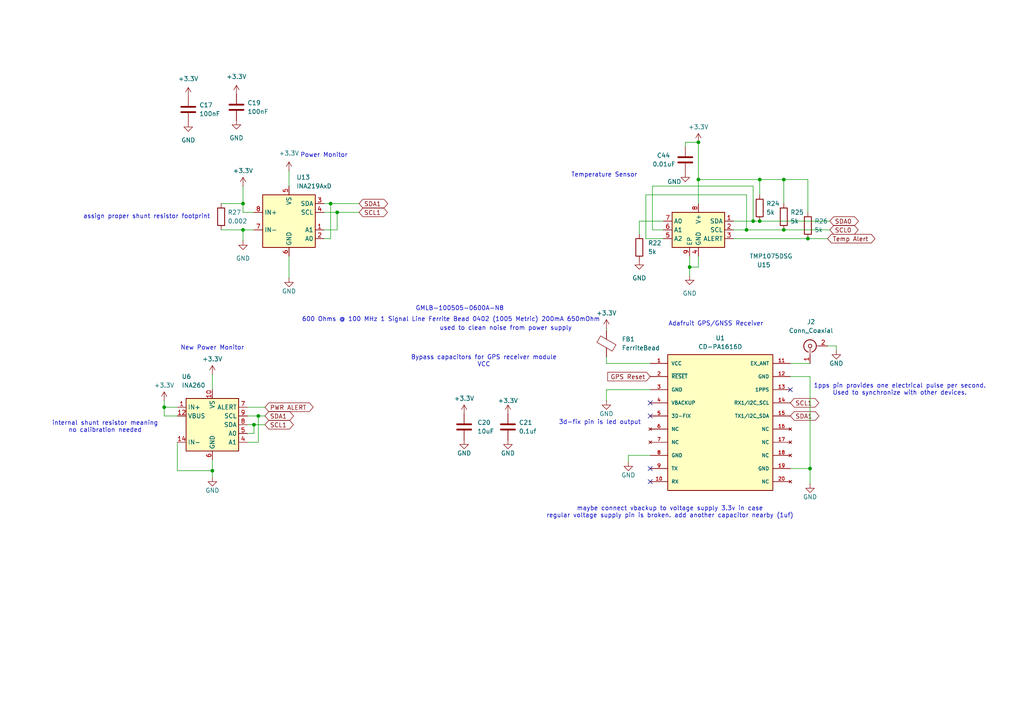
<source format=kicad_sch>
(kicad_sch (version 20250114) (generator "eeschema") (generator_version "9.0")
  (paper "A4")
  (lib_symbols
    (symbol "CD-PA1616D:CD-PA1616D" (pin_names (offset 1.016))
      (property "Reference" "U1" (at 0 27.686 0))
      (property "Value" "CD-PA1616D" (at 0 25.146 0))
      (symbol "CD-PA1616D_0_0"
        (rectangle (start -15.24 22.86) (end 15.24 -16.51) (stroke (width 0.254)) (fill (type background)))
        (pin power_in line (at -20.32 20.32 0) (length 5.08) (name "VCC") (number "1"))
        (pin input line (at -20.32 16.51 0) (length 5.08) (name "~{RESET}") (number "2"))
        (pin power_in line (at -20.32 12.7 0) (length 5.08) (name "GND") (number "3"))
        (pin power_in line (at -20.32 8.89 0) (length 5.08) (name "VBACKUP") (number "4"))
        (pin output line (at -20.32 5.08 0) (length 5.08) (name "3D-FIX") (number "5"))
        (pin no_connect line (at -20.32 1.27 0) (length 5.08) (name "NC") (number "6"))
        (pin no_connect line (at -20.32 -2.54 0) (length 5.08) (name "NC") (number "7"))
        (pin power_in line (at -20.32 -6.35 0) (length 5.08) (name "GND") (number "8"))
        (pin output line (at -20.32 -10.16 0) (length 5.08) (name "TX") (number "9"))
        (pin input line (at -20.32 -13.97 0) (length 5.08) (name "RX") (number "10"))
        (pin bidirectional line (at 20.32 20.32 180) (length 5.08) (name "EX_ANT") (number "11"))
        (pin power_in line (at 20.32 16.51 180) (length 5.08) (name "GND") (number "12"))
        (pin output line (at 20.32 12.7 180) (length 5.08) (name "1PPS") (number "13"))
        (pin input line (at 20.32 8.89 180) (length 5.08) (name "RX1/I2C_SCL") (number "14"))
        (pin output line (at 20.32 5.08 180) (length 5.08) (name "TX1/I2C_SDA") (number "15"))
        (pin no_connect line (at 20.32 1.27 180) (length 5.08) (name "NC") (number "16"))
        (pin no_connect line (at 20.32 -2.54 180) (length 5.08) (name "NC") (number "17"))
        (pin no_connect line (at 20.32 -6.35 180) (length 5.08) (name "NC") (number "18"))
        (pin power_in line (at 20.32 -10.16 180) (length 5.08) (name "GND") (number "19"))
        (pin no_connect line (at 20.32 -13.97 180) (length 5.08) (name "NC") (number "20"))
      )
    )
    (symbol "Connector:Conn_Coaxial" (pin_names (offset 1.016) (hide yes))
      (property "Reference" "J" (at 0.254 3.048 0))
      (property "Value" "Conn_Coaxial" (at 2.921 0 90))
      (symbol "Conn_Coaxial_0_1"
        (polyline (pts (xy -2.54 0) (xy -0.508 0)))
        (arc (start 1.778 0) (mid 0.222 -1.8079) (end -1.778 -0.508) (stroke (width 0.254)))
        (arc (start -1.778 0.508) (mid 0.2221 1.8084) (end 1.778 0) (stroke (width 0.254)))
        (circle (center 0 0) (radius 0.508) (stroke (width 0.2032)))
        (polyline (pts (xy 0 -2.54) (xy 0 -1.778)))
      )
      (symbol "Conn_Coaxial_1_1"
        (pin passive line (at -5.08 0 0) (length 2.54) (name "In") (number "1"))
        (pin passive line (at 0 -5.08 90) (length 2.54) (name "Ext") (number "2"))
      )
    )
    (symbol "Device:C" (pin_numbers (hide yes)) (pin_names (offset 0.254))
      (property "Reference" "C" (at 0.635 2.54 0))
      (property "Value" "C" (at 0.635 -2.54 0))
      (symbol "C_0_1"
        (polyline (pts (xy -2.032 0.762) (xy 2.032 0.762)) (stroke (width 0.508)))
        (polyline (pts (xy -2.032 -0.762) (xy 2.032 -0.762)) (stroke (width 0.508)))
      )
      (symbol "C_1_1"
        (pin passive line (at 0 3.81 270) (length 2.794) (name "~") (number "1"))
        (pin passive line (at 0 -3.81 90) (length 2.794) (name "~") (number "2"))
      )
    )
    (symbol "Device:FerriteBead" (pin_numbers (hide yes)) (pin_names (offset 0))
      (property "Reference" "FB" (at -3.81 0.635 90))
      (property "Value" "FerriteBead" (at 3.81 0 90))
      (symbol "FerriteBead_0_1"
        (polyline (pts (xy -2.7686 0.4064) (xy -1.7018 2.2606) (xy 2.7686 -0.3048) (xy 1.6764 -2.159) (xy -2.7686 0.4064)))
        (polyline (pts (xy 0 1.27) (xy 0 1.2954)))
        (polyline (pts (xy 0 -1.27) (xy 0 -1.2192)))
      )
      (symbol "FerriteBead_1_1"
        (pin passive line (at 0 3.81 270) (length 2.54) (name "~") (number "1"))
        (pin passive line (at 0 -3.81 90) (length 2.54) (name "~") (number "2"))
      )
    )
    (symbol "Device:R" (pin_numbers (hide yes)) (pin_names (offset 0))
      (property "Reference" "R" (at 2.032 0 90))
      (property "Value" "R" (at 0 0 90))
      (symbol "R_0_1"
        (rectangle (start -1.016 -2.54) (end 1.016 2.54) (stroke (width 0.254)))
      )
      (symbol "R_1_1"
        (pin passive line (at 0 3.81 270) (length 1.27) (name "~") (number "1"))
        (pin passive line (at 0 -3.81 90) (length 1.27) (name "~") (number "2"))
      )
    )
    (symbol "Sensor:INA260"
      (property "Reference" "U" (at -6.35 8.89 0))
      (property "Value" "INA260" (at 2.54 8.89 0))
      (symbol "INA260_0_1"
        (rectangle (start -7.62 7.62) (end 7.62 -7.62) (stroke (width 0.254)) (fill (type background)))
      )
      (symbol "INA260_1_1"
        (pin passive line (at -10.16 5.08 0) (length 2.54) (name "IN+") (number "1"))
        (pin passive line (at -10.16 5.08 0) (length 2.54) (hide yes) (name "IN+") (number "2"))
        (pin passive line (at -10.16 5.08 0) (length 2.54) (hide yes) (name "IN+") (number "3"))
        (pin passive line (at -10.16 2.54 0) (length 2.54) (name "VBUS") (number "12"))
        (pin passive line (at -10.16 -5.08 0) (length 2.54) (name "IN-") (number "14"))
        (pin passive line (at -10.16 -5.08 0) (length 2.54) (hide yes) (name "IN-") (number "15"))
        (pin passive line (at -10.16 -5.08 0) (length 2.54) (hide yes) (name "IN-") (number "16"))
        (pin power_in line (at 0 10.16 270) (length 2.54) (name "VS") (number "10"))
        (pin passive line (at 0 -10.16 90) (length 2.54) (hide yes) (name "GND") (number "11"))
        (pin power_in line (at 0 -10.16 90) (length 2.54) (name "GND") (number "6"))
        (pin no_connect line (at 2.54 -7.62 90) (length 2.54) (hide yes) (name "NC") (number "13"))
        (pin open_collector line (at 10.16 5.08 180) (length 2.54) (name "ALERT") (number "7"))
        (pin input line (at 10.16 2.54 180) (length 2.54) (name "SCL") (number "9"))
        (pin bidirectional line (at 10.16 0 180) (length 2.54) (name "SDA") (number "8"))
        (pin input line (at 10.16 -2.54 180) (length 2.54) (name "A0") (number "5"))
        (pin input line (at 10.16 -5.08 180) (length 2.54) (name "A1") (number "4"))
      )
    )
    (symbol "Sensor_Energy:INA219AxD"
      (property "Reference" "U" (at -6.35 8.89 0))
      (property "Value" "INA219AxD" (at 5.08 8.89 0))
      (symbol "INA219AxD_0_1"
        (rectangle (start -7.62 7.62) (end 7.62 -7.62) (stroke (width 0.254)) (fill (type background)))
      )
      (symbol "INA219AxD_1_1"
        (pin input line (at -10.16 2.54 0) (length 2.54) (name "IN+") (number "8"))
        (pin input line (at -10.16 -2.54 0) (length 2.54) (name "IN-") (number "7"))
        (pin power_in line (at 0 10.16 270) (length 2.54) (name "VS") (number "5"))
        (pin power_in line (at 0 -10.16 90) (length 2.54) (name "GND") (number "6"))
        (pin bidirectional line (at 10.16 5.08 180) (length 2.54) (name "SDA") (number "3"))
        (pin input line (at 10.16 2.54 180) (length 2.54) (name "SCL") (number "4"))
        (pin input line (at 10.16 -2.54 180) (length 2.54) (name "A1") (number "1"))
        (pin input line (at 10.16 -5.08 180) (length 2.54) (name "A0") (number "2"))
      )
    )
    (symbol "Sensor_Temperature:TMP1075DSG"
      (property "Reference" "U" (at -6.35 6.35 0))
      (property "Value" "TMP1075DSG" (at 6.35 6.35 0))
      (symbol "TMP1075DSG_0_1"
        (rectangle (start -7.62 5.08) (end 7.62 -5.08) (stroke (width 0.254)) (fill (type background)))
      )
      (symbol "TMP1075DSG_1_1"
        (pin input line (at -10.16 2.54 0) (length 2.54) (name "A0") (number "7"))
        (pin input line (at -10.16 0 0) (length 2.54) (name "A1") (number "6"))
        (pin input line (at -10.16 -2.54 0) (length 2.54) (name "A2") (number "5"))
        (pin passive line (at -2.54 -7.62 90) (length 2.54) (name "EP") (number "9"))
        (pin power_in line (at 0 7.62 270) (length 2.54) (name "V+") (number "8"))
        (pin power_in line (at 0 -7.62 90) (length 2.54) (name "GND") (number "4"))
        (pin bidirectional line (at 10.16 2.54 180) (length 2.54) (name "SDA") (number "1"))
        (pin input line (at 10.16 0 180) (length 2.54) (name "SCL") (number "2"))
        (pin open_collector line (at 10.16 -2.54 180) (length 2.54) (name "ALERT") (number "3"))
      )
    )
    (symbol "power:+3.3V" (power) (pin_numbers (hide yes)) (pin_names (offset 0) (hide yes))
      (property "Value" "+3.3V" (at 0 3.556 0))
      (symbol "+3.3V_0_1"
        (polyline (pts (xy -0.762 1.27) (xy 0 2.54)))
        (polyline (pts (xy 0 2.54) (xy 0.762 1.27)))
        (polyline (pts (xy 0 0) (xy 0 2.54)))
      )
      (symbol "+3.3V_1_1"
        (pin power_in line (at 0 0 90) (length 0) (name "~") (number "1"))
      )
    )
    (symbol "power:GND" (power) (pin_numbers (hide yes)) (pin_names (offset 0) (hide yes))
      (property "Value" "GND" (at 0 -3.81 0))
      (symbol "GND_0_1"
        (polyline (pts (xy 0 0) (xy 0 -1.27) (xy 1.27 -1.27) (xy 0 -2.54) (xy -1.27 -1.27) (xy 0 -1.27)))
      )
      (symbol "GND_1_1"
        (pin power_in line (at 0 0 270) (length 0) (name "~") (number "1"))
      )
    )
  )
  (text "maybe connect vbackup to voltage supply 3.3v in case\nregular voltage supply pin is broken. add another capacitor nearby (1uf)" (at 194.31 148.59 0) (effects (font (size 1.27 1.27))))
  (text "Power Monitor" (at 93.98 45.085 0) (effects (font (size 1.27 1.27))))
  (text "GMLB-100505-0600A-N8" (at 133.35 89.535 0) (effects (font (size 1.27 1.27))))
  (text "3d-fix pin is led output" (at 173.99 122.555 0) (effects (font (size 1.27 1.27))))
  (text "New Power Monitor" (at 61.595 100.965 0) (effects (font (size 1.27 1.27))))
  (text "Temperature Sensor" (at 175.26 50.8 0) (effects (font (size 1.27 1.27))))
  (text "600 Ohms @ 100 MHz 1 Signal Line Ferrite Bead 0402 (1005 Metric) 200mA 650mOhm" (at 130.81 92.71 0) (effects (font (size 1.27 1.27))))
  (text "assign proper shunt resistor footprint" (at 42.545 62.865 0) (effects (font (size 1.27 1.27))))
  (text "1pps pin provides one electrical pulse per second.\nUsed to synchronize with other devices." (at 260.985 113.03 0) (effects (font (size 1.27 1.27))))
  (text "used to clean noise from power supply\n" (at 146.685 95.25 0) (effects (font (size 1.27 1.27))))
  (text "Bypass capacitors for GPS receiver module\nVCC\n" (at 140.335 104.775 0) (effects (font (size 1.27 1.27))))
  (text "Adafruit GPS/GNSS Receiver\n" (at 207.645 93.98 0) (effects (font (size 1.27 1.27))))
  (text "internal shunt resistor meaning\nno calibration needed" (at 30.48 123.825 0) (effects (font (size 1.27 1.27))))
  (junction (at 61.595 136.525))
  (junction (at 227.33 52.07))
  (junction (at 74.93 120.65))
  (junction (at 234.95 135.89))
  (junction (at 202.565 52.07))
  (junction (at 218.44 64.135))
  (junction (at 202.565 41.275))
  (junction (at 70.485 66.675))
  (junction (at 220.345 52.07))
  (junction (at 234.315 69.215))
  (junction (at 200.025 77.47))
  (junction (at 95.885 59.055))
  (junction (at 216.535 66.675))
  (junction (at 220.345 64.135))
  (junction (at 73.66 123.19))
  (junction (at 227.33 66.675))
  (junction (at 47.625 118.11))
  (junction (at 70.485 59.055))
  (junction (at 97.79 61.595))
  (no_connect (at 188.595 120.65))
  (no_connect (at 188.595 116.84))
  (no_connect (at 188.595 135.89))
  (no_connect (at 229.235 113.03))
  (no_connect (at 188.595 139.7))
  (wire (pts (xy 234.315 69.215) (xy 212.725 69.215)))
  (wire (pts (xy 202.565 52.07) (xy 202.565 59.055)))
  (wire (pts (xy 220.345 52.07) (xy 220.345 56.515)))
  (wire (pts (xy 73.66 123.19) (xy 76.835 123.19)))
  (wire (pts (xy 83.82 80.645) (xy 83.82 74.295)))
  (wire (pts (xy 70.485 66.675) (xy 73.66 66.675)))
  (wire (pts (xy 234.95 109.22) (xy 234.95 135.89)))
  (wire (pts (xy 95.885 59.055) (xy 104.14 59.055)))
  (wire (pts (xy 182.245 132.08) (xy 182.245 133.985)))
  (wire (pts (xy 242.57 100.33) (xy 242.57 101.6)))
  (wire (pts (xy 47.625 116.205) (xy 47.625 118.11)))
  (wire (pts (xy 220.345 52.07) (xy 227.33 52.07)))
  (wire (pts (xy 61.595 138.43) (xy 61.595 136.525)))
  (wire (pts (xy 192.405 64.135) (xy 185.42 64.135)))
  (wire (pts (xy 192.405 66.675) (xy 189.23 66.675)))
  (wire (pts (xy 200.025 74.295) (xy 200.025 77.47)))
  (wire (pts (xy 93.98 61.595) (xy 97.79 61.595)))
  (wire (pts (xy 175.895 113.03) (xy 175.895 116.205)))
  (wire (pts (xy 71.755 123.19) (xy 73.66 123.19)))
  (wire (pts (xy 93.98 66.675) (xy 97.79 66.675)))
  (wire (pts (xy 51.435 136.525) (xy 61.595 136.525)))
  (wire (pts (xy 175.895 103.505) (xy 175.895 105.41)))
  (wire (pts (xy 71.755 128.27) (xy 74.93 128.27)))
  (wire (pts (xy 229.235 135.89) (xy 234.95 135.89)))
  (wire (pts (xy 97.79 61.595) (xy 104.14 61.595)))
  (wire (pts (xy 74.93 128.27) (xy 74.93 120.65)))
  (wire (pts (xy 202.565 41.275) (xy 202.565 52.07)))
  (wire (pts (xy 198.755 42.545) (xy 198.755 41.275)))
  (wire (pts (xy 71.755 125.73) (xy 73.66 125.73)))
  (wire (pts (xy 234.95 135.89) (xy 234.95 140.335)))
  (wire (pts (xy 70.485 69.85) (xy 70.485 66.675)))
  (wire (pts (xy 220.345 64.135) (xy 240.665 64.135)))
  (wire (pts (xy 216.535 56.515) (xy 216.535 66.675)))
  (wire (pts (xy 229.235 105.41) (xy 234.95 105.41)))
  (wire (pts (xy 198.755 41.275) (xy 202.565 41.275)))
  (wire (pts (xy 218.44 64.135) (xy 220.345 64.135)))
  (wire (pts (xy 192.405 69.215) (xy 187.325 69.215)))
  (wire (pts (xy 212.725 64.135) (xy 218.44 64.135)))
  (wire (pts (xy 218.44 53.975) (xy 218.44 64.135)))
  (wire (pts (xy 93.98 59.055) (xy 95.885 59.055)))
  (wire (pts (xy 51.435 128.27) (xy 51.435 136.525)))
  (wire (pts (xy 227.33 66.675) (xy 240.665 66.675)))
  (wire (pts (xy 187.325 56.515) (xy 216.535 56.515)))
  (wire (pts (xy 189.23 66.675) (xy 189.23 53.975)))
  (wire (pts (xy 73.66 125.73) (xy 73.66 123.19)))
  (wire (pts (xy 234.315 52.07) (xy 234.315 61.595)))
  (wire (pts (xy 74.93 120.65) (xy 76.835 120.65)))
  (wire (pts (xy 71.755 120.65) (xy 74.93 120.65)))
  (wire (pts (xy 97.79 61.595) (xy 97.79 66.675)))
  (wire (pts (xy 185.42 64.135) (xy 185.42 67.945)))
  (wire (pts (xy 227.33 52.07) (xy 227.33 59.055)))
  (wire (pts (xy 70.485 53.975) (xy 70.485 59.055)))
  (wire (pts (xy 240.03 100.33) (xy 242.57 100.33)))
  (wire (pts (xy 95.885 69.215) (xy 95.885 59.055)))
  (wire (pts (xy 216.535 66.675) (xy 227.33 66.675)))
  (wire (pts (xy 93.98 69.215) (xy 95.885 69.215)))
  (wire (pts (xy 64.135 66.675) (xy 70.485 66.675)))
  (wire (pts (xy 212.725 66.675) (xy 216.535 66.675)))
  (wire (pts (xy 175.895 95.25) (xy 175.895 95.885)))
  (wire (pts (xy 227.33 52.07) (xy 234.315 52.07)))
  (wire (pts (xy 83.82 49.53) (xy 83.82 53.975)))
  (wire (pts (xy 202.565 74.295) (xy 202.565 77.47)))
  (wire (pts (xy 70.485 59.055) (xy 70.485 61.595)))
  (wire (pts (xy 189.23 53.975) (xy 218.44 53.975)))
  (wire (pts (xy 47.625 120.65) (xy 47.625 118.11)))
  (wire (pts (xy 51.435 120.65) (xy 47.625 120.65)))
  (wire (pts (xy 229.235 109.22) (xy 234.95 109.22)))
  (wire (pts (xy 71.755 118.11) (xy 76.835 118.11)))
  (wire (pts (xy 47.625 118.11) (xy 51.435 118.11)))
  (wire (pts (xy 188.595 113.03) (xy 175.895 113.03)))
  (wire (pts (xy 240.03 69.215) (xy 234.315 69.215)))
  (wire (pts (xy 70.485 61.595) (xy 73.66 61.595)))
  (wire (pts (xy 187.325 69.215) (xy 187.325 56.515)))
  (wire (pts (xy 61.595 136.525) (xy 61.595 133.35)))
  (wire (pts (xy 64.135 59.055) (xy 70.485 59.055)))
  (wire (pts (xy 61.595 108.585) (xy 61.595 113.03)))
  (wire (pts (xy 188.595 132.08) (xy 182.245 132.08)))
  (wire (pts (xy 202.565 52.07) (xy 220.345 52.07)))
  (wire (pts (xy 200.025 77.47) (xy 200.025 80.01)))
  (wire (pts (xy 202.565 77.47) (xy 200.025 77.47)))
  (wire (pts (xy 175.895 105.41) (xy 188.595 105.41)))
  (global_label "SCL0" (shape bidirectional) (at 240.665 66.675 0) (property "Intersheetrefs" "${INTERSHEET_REFS}" (effects (hide yes))))
  (global_label "SCL1" (shape bidirectional) (at 229.235 116.84 0) (property "Intersheetrefs" "${INTERSHEET_REFS}" (effects (hide yes))))
  (global_label "Temp Alert" (shape bidirectional) (at 240.03 69.215 0) (effects (font (thickness 0.1588))) (property "Intersheetrefs" "${INTERSHEET_REFS}" (effects (hide yes))))
  (global_label "GPS Reset" (shape input) (at 188.595 109.22 180) (property "Intersheetrefs" "${INTERSHEET_REFS}" (effects (hide yes))))
  (global_label "SDA0" (shape bidirectional) (at 240.665 64.135 0) (property "Intersheetrefs" "${INTERSHEET_REFS}" (effects (hide yes))))
  (global_label "SDA1" (shape bidirectional) (at 76.835 120.65 0) (property "Intersheetrefs" "${INTERSHEET_REFS}" (effects (hide yes))))
  (global_label "SDA1" (shape bidirectional) (at 229.235 120.65 0) (property "Intersheetrefs" "${INTERSHEET_REFS}" (effects (hide yes))))
  (global_label "SCL1" (shape bidirectional) (at 76.835 123.19 0) (property "Intersheetrefs" "${INTERSHEET_REFS}" (effects (hide yes))))
  (global_label "PWR ALERT" (shape bidirectional) (at 76.835 118.11 0) (property "Intersheetrefs" "${INTERSHEET_REFS}" (effects (hide yes))))
  (global_label "SCL1" (shape bidirectional) (at 104.14 61.595 0) (property "Intersheetrefs" "${INTERSHEET_REFS}" (effects (hide yes))))
  (global_label "SDA1" (shape bidirectional) (at 104.14 59.055 0) (property "Intersheetrefs" "${INTERSHEET_REFS}" (effects (hide yes))))
  (symbol (lib_id "power:GND") (at 83.82 80.645 0) (unit 1)
    (property "Reference" "#PWR092" (effects (hide yes)))
    (property "Value" "GND" (at 83.82 84.455 0))
    (property "Description" "Power symbol creates a global label with name \"GND\" , ground" (effects (hide yes)))
  )
  (symbol (lib_id "power:+3.3V") (at 147.32 120.015 0) (unit 1)
    (property "Reference" "#PWR0106" (effects (hide yes)))
    (property "Value" "+3.3V" (at 147.32 116.205 0))
    (property "Description" "Power symbol creates a global label with name \"+3.3V\"" (effects (hide yes)))
  )
  (symbol (lib_id "Device:R") (at 185.42 71.755 0) (unit 1)
    (property "Reference" "R22" (at 187.96 70.4849 0) (effects (justify left)))
    (property "Value" "5k" (at 187.96 73.0249 0) (effects (justify left)))
    (property "Footprint" "Resistor_SMD:R_0402_1005Metric" (effects (hide yes)))
    (property "Description" "Resistor" (effects (hide yes)))
  )
  (symbol (lib_id "power:+3.3V") (at 61.595 108.585 0) (unit 1)
    (property "Reference" "#PWR093" (effects (hide yes)))
    (property "Value" "+3.3V" (at 61.595 104.14 0))
    (property "Description" "Power symbol creates a global label with name \"+3.3V\"" (effects (hide yes)))
  )
  (symbol (lib_id "Device:C") (at 68.58 31.115 0) (unit 1)
    (property "Reference" "C19" (at 71.755 29.8449 0) (effects (justify left)))
    (property "Value" "100nF" (at 71.755 32.3849 0) (effects (justify left)))
    (property "Footprint" "Capacitor_SMD:C_0402_1005Metric" (effects (hide yes)))
    (property "Description" "Unpolarized capacitor" (effects (hide yes)))
  )
  (symbol (lib_id "power:GND") (at 175.895 116.205 0) (unit 1)
    (property "Reference" "#PWR098" (effects (hide yes)))
    (property "Value" "GND" (at 175.895 120.015 0))
    (property "Description" "Power symbol creates a global label with name \"GND\" , ground" (effects (hide yes)))
  )
  (symbol (lib_id "Connector:Conn_Coaxial") (at 234.95 100.33 90) (unit 1)
    (property "Reference" "J2" (at 235.2432 93.345 90))
    (property "Value" "Conn_Coaxial" (at 235.2432 95.885 90))
    (property "Footprint" "Connector_Coaxial:MMCX_Molex_73415-1471_Vertical" (effects (hide yes)))
    (property "Description" "coaxial connector (BNC, SMA, SMB, SMC, Cinch/RCA, LEMO, ...)" (effects (hide yes)))
  )
  (symbol (lib_id "Device:R") (at 220.345 60.325 0) (unit 1)
    (property "Reference" "R24" (at 222.25 59.055 0) (effects (justify left)))
    (property "Value" "5k" (at 222.25 61.595 0) (effects (justify left)))
    (property "Footprint" "Resistor_SMD:R_0402_1005Metric" (effects (hide yes)))
    (property "Description" "Resistor" (effects (hide yes)))
  )
  (symbol (lib_id "Sensor_Temperature:TMP1075DSG") (at 202.565 66.675 0) (unit 1)
    (property "Reference" "U15" (at 223.52 76.835 0) (effects (justify right)))
    (property "Value" "TMP1075DSG" (at 229.87 74.295 0) (effects (justify right)))
    (property "Footprint" "Package_SON:WSON-8-1EP_2x2mm_P0.5mm_EP0.9x1.6mm_ThermalVias" (effects (hide yes)))
    (property "Datasheet" "https://www.ti.com/lit/gpn/tmp1075" (effects (hide yes)))
    (property "Description" "I2C-bus digital temperature sensor and thermal watchdog, WSON-8" (effects (hide yes)))
  )
  (symbol (lib_id "Device:FerriteBead") (at 175.895 99.695 0) (unit 1)
    (property "Reference" "FB1" (at 180.34 98.3741 0) (effects (justify left)))
    (property "Value" "FerriteBead" (at 180.34 100.9141 0) (effects (justify left)))
    (property "Description" "Ferrite bead" (effects (hide yes)))
  )
  (symbol (lib_id "power:+3.3V") (at 83.82 49.53 0) (unit 1)
    (property "Reference" "#PWR091" (effects (hide yes)))
    (property "Value" "+3.3V" (at 83.82 44.45 0))
    (property "Description" "Power symbol creates a global label with name \"+3.3V\"" (effects (hide yes)))
  )
  (symbol (lib_id "power:+3.3V") (at 54.61 27.94 0) (unit 1)
    (property "Reference" "#PWR0122" (effects (hide yes)))
    (property "Value" "+3.3V" (at 54.61 22.86 0))
    (property "Description" "Power symbol creates a global label with name \"+3.3V\"" (effects (hide yes)))
  )
  (symbol (lib_id "power:GND") (at 198.755 50.165 0) (unit 1)
    (property "Reference" "#PWR096" (effects (hide yes)))
    (property "Value" "GND" (at 195.58 52.705 0))
    (property "Description" "Power symbol creates a global label with name \"GND\" , ground" (effects (hide yes)))
  )
  (symbol (lib_id "Device:C") (at 198.755 46.355 0) (unit 1)
    (property "Reference" "C44" (at 190.5 45.085 0) (effects (justify left)))
    (property "Value" "0.01uF" (at 189.23 47.625 0) (effects (justify left)))
    (property "Footprint" "Capacitor_SMD:C_0402_1005Metric" (effects (hide yes)))
    (property "Description" "Unpolarized capacitor" (effects (hide yes)))
  )
  (symbol (lib_id "power:GND") (at 54.61 35.56 0) (unit 1)
    (property "Reference" "#PWR0100" (effects (hide yes)))
    (property "Value" "GND" (at 54.61 40.64 0))
    (property "Description" "Power symbol creates a global label with name \"GND\" , ground" (effects (hide yes)))
  )
  (symbol (lib_id "power:GND") (at 147.32 127.635 0) (unit 1)
    (property "Reference" "#PWR0107" (effects (hide yes)))
    (property "Value" "GND" (at 147.32 131.445 0))
    (property "Description" "Power symbol creates a global label with name \"GND\" , ground" (effects (hide yes)))
  )
  (symbol (lib_id "power:GND") (at 61.595 138.43 0) (unit 1)
    (property "Reference" "#PWR094" (effects (hide yes)))
    (property "Value" "GND" (at 61.595 142.24 0))
    (property "Description" "Power symbol creates a global label with name \"GND\" , ground" (effects (hide yes)))
  )
  (symbol (lib_id "power:GND") (at 70.485 69.85 0) (unit 1)
    (property "Reference" "#PWR090" (effects (hide yes)))
    (property "Value" "GND" (at 70.485 74.93 0))
    (property "Description" "Power symbol creates a global label with name \"GND\" , ground" (effects (hide yes)))
  )
  (symbol (lib_id "power:GND") (at 68.58 34.925 0) (unit 1)
    (property "Reference" "#PWR099" (effects (hide yes)))
    (property "Value" "GND" (at 68.58 40.005 0))
    (property "Description" "Power symbol creates a global label with name \"GND\" , ground" (effects (hide yes)))
  )
  (symbol (lib_id "Sensor:INA260") (at 61.595 123.19 0) (unit 1)
    (property "Reference" "U6" (at 52.705 109.22 0) (effects (justify left)))
    (property "Value" "INA260" (at 52.705 111.76 0) (effects (justify left)))
    (property "Footprint" "Package_SO:TSSOP-16_4.4x5mm_P0.65mm" (effects (hide yes)))
    (property "Datasheet" "http://www.ti.com/lit/ds/symlink/ina260.pdf" (effects (hide yes)))
    (property "Description" "Current/power/voltage monitor with Integrated 2mΩ Shunt Resistor, 2.7V - 5.5V, I2C, TSSOP-16" (effects (hide yes)))
  )
  (symbol (lib_id "Device:C") (at 147.32 123.825 0) (unit 1)
    (property "Reference" "C21" (at 150.495 122.5549 0) (effects (justify left)))
    (property "Value" "0.1uf" (at 150.495 125.0949 0) (effects (justify left)))
    (property "Footprint" "Capacitor_SMD:C_0402_1005Metric" (effects (hide yes)))
    (property "Description" "Unpolarized capacitor" (effects (hide yes)))
  )
  (symbol (lib_id "power:+3.3V") (at 202.565 41.275 0) (unit 1)
    (property "Reference" "#PWR0105" (effects (hide yes)))
    (property "Value" "+3.3V" (at 202.565 36.83 0))
    (property "Description" "Power symbol creates a global label with name \"+3.3V\"" (effects (hide yes)))
  )
  (symbol (lib_id "Device:C") (at 54.61 31.75 0) (unit 1)
    (property "Reference" "C17" (at 57.785 30.4799 0) (effects (justify left)))
    (property "Value" "100nF" (at 57.785 33.0199 0) (effects (justify left)))
    (property "Footprint" "Capacitor_SMD:C_0402_1005Metric" (effects (hide yes)))
    (property "Description" "Unpolarized capacitor" (effects (hide yes)))
  )
  (symbol (lib_id "power:GND") (at 134.62 127.635 0) (unit 1)
    (property "Reference" "#PWR0108" (effects (hide yes)))
    (property "Value" "GND" (at 134.62 131.445 0))
    (property "Description" "Power symbol creates a global label with name \"GND\" , ground" (effects (hide yes)))
  )
  (symbol (lib_id "power:GND") (at 242.57 101.6 0) (unit 1)
    (property "Reference" "#PWR0112" (effects (hide yes)))
    (property "Value" "GND" (at 242.57 105.41 0))
    (property "Description" "Power symbol creates a global label with name \"GND\" , ground" (effects (hide yes)))
  )
  (symbol (lib_id "power:+3.3V") (at 47.625 116.205 0) (unit 1)
    (property "Reference" "#PWR095" (effects (hide yes)))
    (property "Value" "+3.3V" (at 47.625 111.76 0))
    (property "Description" "Power symbol creates a global label with name \"+3.3V\"" (effects (hide yes)))
  )
  (symbol (lib_id "Device:R") (at 227.33 62.865 0) (unit 1)
    (property "Reference" "R25" (at 229.235 61.595 0) (effects (justify left)))
    (property "Value" "5k" (at 229.235 64.135 0) (effects (justify left)))
    (property "Footprint" "Resistor_SMD:R_0402_1005Metric" (effects (hide yes)))
    (property "Description" "Resistor" (effects (hide yes)))
  )
  (symbol (lib_id "power:+3.3V") (at 134.62 120.015 0) (unit 1)
    (property "Reference" "#PWR0101" (effects (hide yes)))
    (property "Value" "+3.3V" (at 134.62 115.57 0))
    (property "Description" "Power symbol creates a global label with name \"+3.3V\"" (effects (hide yes)))
  )
  (symbol (lib_id "power:+3.3V") (at 175.895 95.25 0) (unit 1)
    (property "Reference" "#PWR097" (effects (hide yes)))
    (property "Value" "+3.3V" (at 175.895 90.805 0))
    (property "Description" "Power symbol creates a global label with name \"+3.3V\"" (effects (hide yes)))
  )
  (symbol (lib_id "power:GND") (at 234.95 140.335 0) (unit 1)
    (property "Reference" "#PWR0104" (effects (hide yes)))
    (property "Value" "GND" (at 234.95 144.145 0))
    (property "Description" "Power symbol creates a global label with name \"GND\" , ground" (effects (hide yes)))
  )
  (symbol (lib_id "Sensor_Energy:INA219AxD") (at 83.82 64.135 0) (unit 1)
    (property "Reference" "U13" (at 85.9633 51.435 0) (effects (justify left)))
    (property "Value" "INA219AxD" (at 85.9633 53.975 0) (effects (justify left)))
    (property "Footprint" "Package_SO:SOIC-8_3.9x4.9mm_P1.27mm" (effects (hide yes)))
    (property "Datasheet" "http://www.ti.com/lit/ds/symlink/ina219.pdf" (effects (hide yes)))
    (property "Description" "Zero-Drift, Bidirectional Current/Power Monitor (0-26V) With I2C Interface, SOIC-8" (effects (hide yes)))
  )
  (symbol (lib_id "power:+3.3V") (at 68.58 27.305 0) (unit 1)
    (property "Reference" "#PWR0121" (effects (hide yes)))
    (property "Value" "+3.3V" (at 68.58 22.225 0))
    (property "Description" "Power symbol creates a global label with name \"+3.3V\"" (effects (hide yes)))
  )
  (symbol (lib_id "Device:R") (at 64.135 62.865 0) (unit 1)
    (property "Reference" "R27" (at 66.04 61.595 0) (effects (justify left)))
    (property "Value" "0.002" (at 66.04 64.135 0) (effects (justify left)))
    (property "Footprint" "Resistor_SMD:R_0402_1005Metric" (effects (hide yes)))
    (property "Description" "Resistor" (effects (hide yes)))
  )
  (symbol (lib_id "power:GND") (at 185.42 75.565 0) (unit 1)
    (property "Reference" "#PWR0123" (effects (hide yes)))
    (property "Value" "GND" (at 185.42 80.645 0))
    (property "Description" "Power symbol creates a global label with name \"GND\" , ground" (effects (hide yes)))
  )
  (symbol (lib_id "Device:R") (at 234.315 65.405 0) (unit 1)
    (property "Reference" "R26" (at 236.22 64.135 0) (effects (justify left)))
    (property "Value" "5k" (at 236.22 66.675 0) (effects (justify left)))
    (property "Footprint" "Resistor_SMD:R_0402_1005Metric" (effects (hide yes)))
    (property "Description" "Resistor" (effects (hide yes)))
  )
  (symbol (lib_id "power:+3.3V") (at 70.485 53.975 0) (unit 1)
    (property "Reference" "#PWR0117" (effects (hide yes)))
    (property "Value" "+3.3V" (at 70.485 49.53 0))
    (property "Description" "Power symbol creates a global label with name \"+3.3V\"" (effects (hide yes)))
  )
  (symbol (lib_id "power:GND") (at 200.025 80.01 0) (unit 1)
    (property "Reference" "#PWR0102" (effects (hide yes)))
    (property "Value" "GND" (at 200.025 85.09 0))
    (property "Description" "Power symbol creates a global label with name \"GND\" , ground" (effects (hide yes)))
  )
  (symbol (lib_id "Device:C") (at 134.62 123.825 0) (unit 1)
    (property "Reference" "C20" (at 138.43 122.5549 0) (effects (justify left)))
    (property "Value" "10uF" (at 138.43 125.0949 0) (effects (justify left)))
    (property "Footprint" "Capacitor_SMD:C_0402_1005Metric" (effects (hide yes)))
    (property "Description" "Unpolarized capacitor" (effects (hide yes)))
  )
  (symbol (lib_id "power:GND") (at 182.245 133.985 0) (unit 1)
    (property "Reference" "#PWR0109" (effects (hide yes)))
    (property "Value" "GND" (at 182.245 137.795 0))
    (property "Description" "Power symbol creates a global label with name \"GND\" , ground" (effects (hide yes)))
  )
  (symbol (lib_id "CD-PA1616D:CD-PA1616D") (at 208.915 125.73 0) (unit 1)
    (property "Reference" "U1" (at 208.915 98.044 0))
    (property "Value" "CD-PA1616D" (at 208.915 100.584 0))
    (property "Footprint" "1my_footprints:CD-PA1616D" (effects (hide yes)))
    (property "MF" "CD technology" (effects (hide yes)))
    (property "MAXIMUM_PACKAGE_HEIGHT" "6.7 mm" (effects (hide yes)))
    (property "Package" "Package" (effects (hide yes)))
    (property "Price" "None" (effects (hide yes)))
    (property "Check_prices" "https://www.snapeda.com/parts/CD-PA1616D/CD+technology/view-part/?ref=eda" (effects (hide yes)))
    (property "STANDARD" "Manufacturer Recommendations" (effects (hide yes)))
    (property "PARTREV" "V.06" (effects (hide yes)))
    (property "SnapEDA_Link" "https://www.snapeda.com/parts/CD-PA1616D/CD+technology/view-part/?ref=snap" (effects (hide yes)))
    (property "MP" "CD-PA1616D" (effects (hide yes)))
    (property "Description_1" "GNSS patch antenna module" (effects (hide yes)))
    (property "SNAPEDA_PN" "CD-PA1616D" (effects (hide yes)))
    (property "Availability" "Not in stock" (effects (hide yes)))
    (property "MANUFACTURER" "CD Top" (effects (hide yes)))
  )
)
</source>
